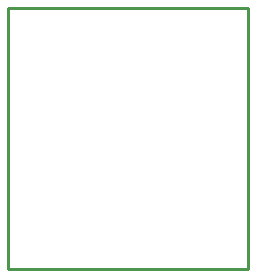
<source format=gko>
G04 Layer_Color=16711935*
%FSLAX25Y25*%
%MOIN*%
G70*
G01*
G75*
%ADD13C,0.01000*%
D13*
X-0Y-0D02*
Y87000D01*
Y-0D02*
X80000D01*
Y87000D01*
X-0D02*
X80000D01*
M02*

</source>
